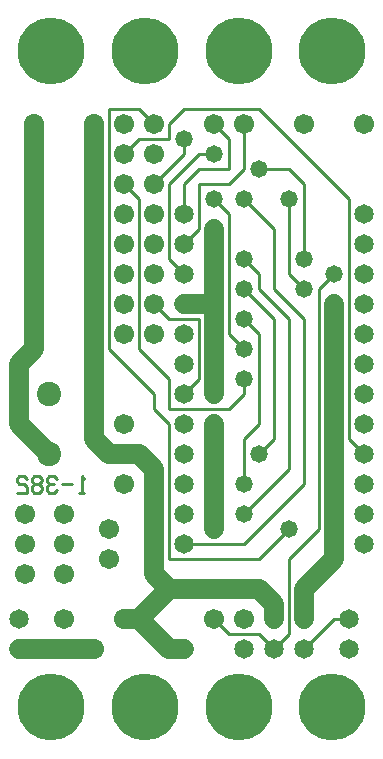
<source format=gbl>
%MOIN*%
%FSLAX25Y25*%
G04 D10 used for Character Trace; *
G04     Circle (OD=.01000) (No hole)*
G04 D11 used for Power Trace; *
G04     Circle (OD=.06700) (No hole)*
G04 D12 used for Signal Trace; *
G04     Circle (OD=.01100) (No hole)*
G04 D13 used for Via; *
G04     Circle (OD=.05800) (Round. Hole ID=.02800)*
G04 D14 used for Component hole; *
G04     Circle (OD=.06500) (Round. Hole ID=.03500)*
G04 D15 used for Component hole; *
G04     Circle (OD=.06700) (Round. Hole ID=.04300)*
G04 D16 used for Component hole; *
G04     Circle (OD=.08100) (Round. Hole ID=.05100)*
G04 D17 used for Component hole; *
G04     Circle (OD=.08900) (Round. Hole ID=.05900)*
G04 D18 used for Component hole; *
G04     Circle (OD=.11300) (Round. Hole ID=.08300)*
G04 D19 used for Component hole; *
G04     Circle (OD=.16000) (Round. Hole ID=.13000)*
G04 D20 used for Component hole; *
G04     Circle (OD=.18300) (Round. Hole ID=.15300)*
G04 D21 used for Component hole; *
G04     Circle (OD=.22291) (Round. Hole ID=.19291)*
%ADD10C,.01000*%
%ADD11C,.06700*%
%ADD12C,.01100*%
%ADD13C,.05800*%
%ADD14C,.06500*%
%ADD15C,.06700*%
%ADD16C,.08100*%
%ADD17C,.08900*%
%ADD18C,.11300*%
%ADD19C,.16000*%
%ADD20C,.18300*%
%ADD21C,.22291*%
%IPPOS*%
%LPD*%
G90*X0Y0D02*D21*X15625Y15625D03*D15*              
X30000Y35000D03*D11*X5000D01*D14*D03*Y45000D03*   
D15*X20000D03*Y60000D03*X7000D03*X35000Y65000D03* 
X20000Y70000D03*X7000D03*X40000Y45000D03*D11*     
X45000D01*X55000Y35000D01*X60000D01*D14*D03*D15*  
X70000Y45000D03*D12*X75000Y40000D01*X85000D01*    
X90000Y35000D01*D14*D03*D12*X95000Y40000D01*      
Y65000D01*X105000Y75000D01*Y155000D01*            
X110000Y160000D01*D13*D03*D14*X120000Y150000D03*  
Y170000D03*D13*X100000Y165000D03*D12*Y190000D01*  
X95000Y195000D01*X85000D01*D13*D03*D12*           
X75000Y190000D02*X80000Y195000D01*                
X65000Y190000D02*X75000D01*X65000Y175000D02*      
Y190000D01*X60000Y170000D02*X65000Y175000D01*D14* 
X60000Y170000D03*D12*Y160000D02*X55000Y165000D01* 
D14*X60000Y160000D03*D12*X55000Y165000D02*        
Y190000D01*X65000Y200000D01*X70000D01*D13*D03*D12*
X65000Y195000D02*X75000D01*X60000Y190000D02*      
X65000Y195000D01*X60000Y180000D02*Y190000D01*D14* 
Y180000D03*D15*X50000Y190000D03*D12*              
X60000Y200000D01*Y205000D01*D13*D03*D12*X55000D02*
Y210000D01*X45000Y205000D02*X55000D01*            
X40000Y200000D02*X45000Y205000D01*D15*            
X40000Y200000D03*X50000Y210000D03*D12*            
X45000Y215000D01*X35000D01*Y135000D01*            
X50000Y120000D01*Y115000D01*X55000Y110000D01*     
Y65000D01*X85000D01*X95000Y75000D01*D13*D03*      
X80000Y90000D03*D12*Y105000D01*X85000Y110000D01*  
Y140000D01*X80000Y145000D01*D13*D03*D12*          
Y135000D02*X75000Y140000D01*D13*X80000Y135000D03* 
D12*X75000Y140000D02*Y180000D01*X70000Y185000D01* 
D13*D03*D12*X80000Y195000D02*Y210000D01*D15*D03*  
D12*X115000Y185000D02*X85000Y215000D01*           
X115000Y105000D02*Y185000D01*X120000Y100000D02*   
X115000Y105000D01*D14*X120000Y100000D03*          
Y110000D03*Y90000D03*Y120000D03*Y80000D03*D12*    
X80000Y70000D02*X100000Y90000D01*X60000Y70000D02* 
X80000D01*D14*X60000D03*D11*X55000Y55000D02*      
X50000Y60000D01*X45000Y45000D02*X55000Y55000D01*  
X85000D01*X90000Y50000D01*Y45000D01*D14*D03*      
X100000Y35000D03*D12*X110000Y45000D01*X115000D01* 
D14*D03*Y35000D03*D11*X100000Y45000D02*Y55000D01* 
D14*Y45000D03*D11*Y55000D02*X110000Y65000D01*     
Y150000D01*D13*D03*D14*X120000Y140000D03*         
Y160000D03*D13*X100000Y155000D03*D12*             
X95000Y160000D01*Y185000D01*D13*D03*D12*          
X90000Y155000D02*Y175000D01*X100000Y145000D02*    
X90000Y155000D01*X100000Y90000D02*Y145000D01*     
X80000Y80000D02*X95000Y95000D01*D13*              
X80000Y80000D03*X70000Y75000D03*D11*Y110000D01*   
D13*D03*D12*X55000Y115000D02*X75000D01*X55000D02* 
Y125000D01*X45000Y135000D01*Y185000D01*           
X40000Y190000D01*D15*D03*X50000Y180000D03*        
Y200000D03*X30000D03*D11*Y190000D01*D15*D03*D11*  
Y180000D01*D15*D03*D11*Y170000D01*D15*D03*D11*    
Y160000D01*D15*D03*D11*Y150000D01*D15*D03*D11*    
Y140000D01*D15*D03*D11*Y105000D01*                
X35000Y100000D01*X45000D01*X50000Y95000D01*       
Y60000D01*D15*X35000Y75000D03*D14*X60000Y80000D03*
X80000Y35000D03*D15*X20000Y80000D03*              
X80000Y45000D03*D14*X60000Y90000D03*D15*X40000D03*
D13*X85000Y100000D03*D12*X90000Y105000D01*        
Y145000D01*X80000Y155000D01*D13*D03*D12*X85000D02*
Y160000D01*X95000Y145000D02*X85000Y155000D01*     
X95000Y95000D02*Y145000D01*X75000Y115000D02*      
X80000Y120000D01*Y125000D01*D13*D03*              
X70000Y120000D03*D11*Y150000D01*X60000D01*D14*D03*
D12*X65000Y125000D02*Y145000D01*X60000Y120000D02* 
X65000Y125000D01*D14*X60000Y120000D03*Y130000D03* 
Y110000D03*D15*X40000Y140000D03*D14*X60000D03*    
Y100000D03*D15*X50000Y140000D03*X40000Y110000D03* 
D12*X55000Y145000D02*X65000D01*X55000D02*         
X50000Y150000D01*D15*D03*X40000Y160000D03*        
X50000D03*X40000Y150000D03*D11*X70000D02*         
Y175000D01*D13*D03*X80000Y165000D03*D12*          
X85000Y160000D01*X90000Y175000D02*                
X80000Y185000D01*D13*D03*D12*X75000Y195000D02*    
Y205000D01*X70000Y210000D01*D15*D03*D12*X55000D02*
X60000Y215000D01*X85000D01*D15*X100000Y210000D03* 
D21*X78125Y234375D03*X109375D03*D14*              
X120000Y180000D03*D15*Y210000D03*D21*             
X46875Y234375D03*D15*X40000Y170000D03*X50000D03*  
X40000Y210000D03*Y180000D03*X30000Y210000D03*D11* 
Y200000D01*D15*X10000Y180000D03*D11*Y170000D01*   
D15*D03*D11*Y160000D01*D15*D03*D11*Y150000D01*D15*
D03*D11*Y140000D01*D15*D03*D11*Y135000D01*        
X5000Y130000D01*Y110000D01*X15000Y100000D01*D16*  
D03*D10*X26674Y91914D02*X25837Y92871D01*Y87129D01*
X26674D02*X25000D01*X22511Y90000D02*X19163D01*    
X17511Y91914D02*X16674Y92871D01*X15000D01*        
X14163Y91914D01*Y90957D01*X15000Y90000D01*        
X16674D01*X15000D02*X14163Y89043D01*Y88086D01*    
X15000Y87129D01*X16674D01*X17511Y88086D01*        
X11674Y90000D02*X12511Y90957D01*Y91914D01*        
X11674Y92871D01*X10000D01*X9163Y91914D01*         
Y90957D01*X10000Y90000D01*X11674D01*              
X12511Y89043D01*Y88086D01*X11674Y87129D01*        
X10000D01*X9163Y88086D01*Y89043D01*               
X10000Y90000D01*X7511Y91914D02*X6674Y92871D01*    
X5000D01*X4163Y91914D01*Y90957D01*X5000Y90000D01* 
X6674D01*X7511Y89043D01*Y87129D01*X4163D01*D15*   
X7000Y80000D03*D16*X15000Y120000D03*D11*          
X10000Y180000D02*Y190000D01*D15*D03*D11*          
Y200000D01*D15*D03*D11*Y210000D01*D15*D03*D21*    
X15625Y234375D03*D14*X120000Y130000D03*Y70000D03* 
D21*X46875Y15625D03*X78125D03*X109375D03*M02*     

</source>
